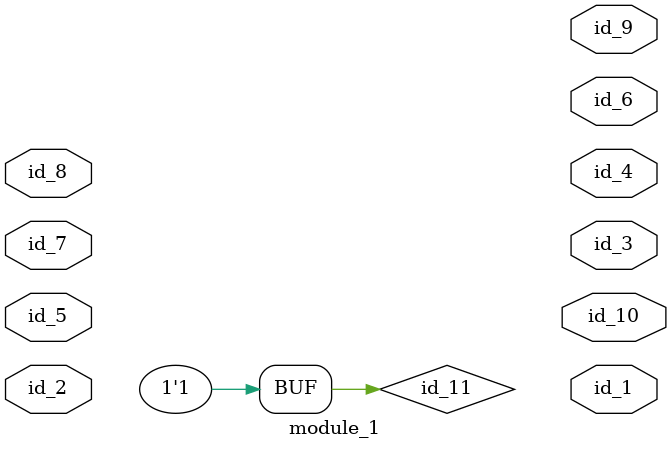
<source format=v>
module module_0 (
    id_1,
    id_2
);
  input wire id_2;
  inout wire id_1;
  supply1 id_3;
  assign id_1 = id_3;
  always_comb $display(-1 && 1, id_1, 1 == id_1);
endmodule
module module_1 (
    id_1,
    id_2,
    id_3,
    id_4,
    id_5,
    id_6,
    id_7,
    id_8,
    id_9,
    id_10
);
  output wire id_10;
  output wire id_9;
  input wire id_8;
  input wire id_7;
  output wire id_6;
  input wire id_5;
  output wire id_4;
  output wire id_3;
  input wire id_2;
  output wire id_1;
  wor id_11 = -1;
  assign id_9[-1] = id_5.id_7;
  wire id_12;
  module_0 modCall_1 (
      id_11,
      id_11
  );
endmodule

</source>
